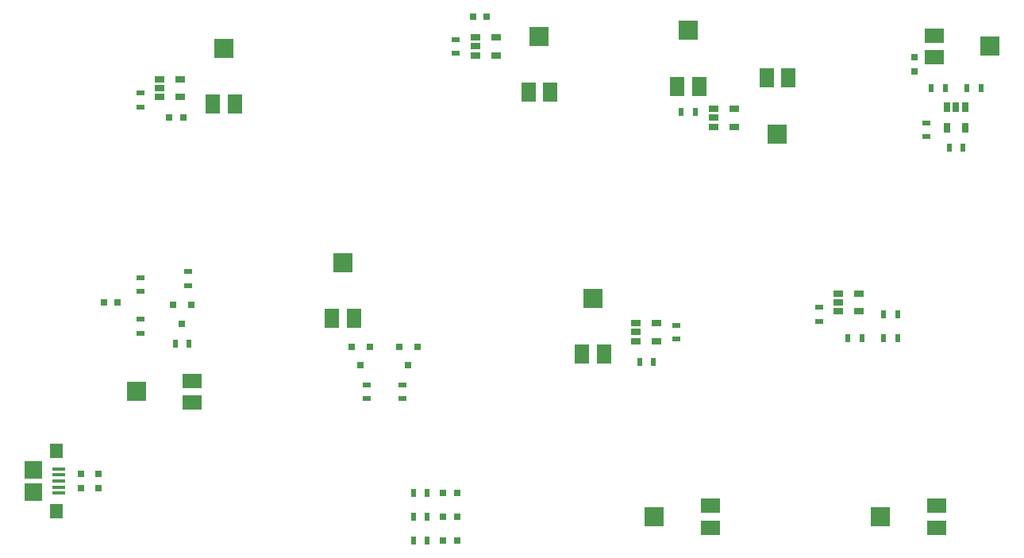
<source format=gbr>
G04 #@! TF.FileFunction,Paste,Top*
%FSLAX46Y46*%
G04 Gerber Fmt 4.6, Leading zero omitted, Abs format (unit mm)*
G04 Created by KiCad (PCBNEW 4.0.4-stable) date Friday, December 09, 2016 'PMt' 11:26:17 PM*
%MOMM*%
%LPD*%
G01*
G04 APERTURE LIST*
%ADD10C,0.100000*%
%ADD11R,2.000000X2.000000*%
%ADD12R,2.000000X1.600000*%
%ADD13R,1.600000X2.000000*%
%ADD14R,1.060000X0.650000*%
%ADD15R,0.650000X1.060000*%
%ADD16R,0.500000X0.900000*%
%ADD17R,0.900000X0.500000*%
%ADD18R,0.800100X0.800100*%
%ADD19R,1.350000X0.400000*%
%ADD20R,1.400000X1.600000*%
%ADD21R,1.900000X1.900000*%
%ADD22R,0.797560X0.797560*%
%ADD23R,0.800000X0.750000*%
%ADD24R,0.750000X0.800000*%
G04 APERTURE END LIST*
D10*
D11*
X149400000Y-133985000D03*
D12*
X155400000Y-135160000D03*
X155400000Y-132810000D03*
D11*
X173530000Y-133985000D03*
D12*
X179530000Y-135160000D03*
X179530000Y-132810000D03*
D11*
X142875000Y-110665000D03*
D13*
X141700000Y-116665000D03*
X144050000Y-116665000D03*
D11*
X103505000Y-83995000D03*
D13*
X102330000Y-89995000D03*
X104680000Y-89995000D03*
D11*
X137160000Y-82725000D03*
D13*
X135985000Y-88725000D03*
X138335000Y-88725000D03*
D11*
X116205000Y-106855000D03*
D13*
X115030000Y-112855000D03*
X117380000Y-112855000D03*
D11*
X185245000Y-83820000D03*
D12*
X179245000Y-82645000D03*
X179245000Y-84995000D03*
D11*
X94155000Y-120650000D03*
D12*
X100155000Y-121825000D03*
X100155000Y-119475000D03*
D11*
X153035000Y-82090000D03*
D13*
X151860000Y-88090000D03*
X154210000Y-88090000D03*
D11*
X162560000Y-93170000D03*
D13*
X163735000Y-87170000D03*
X161385000Y-87170000D03*
D14*
X147490000Y-113350000D03*
X147490000Y-114300000D03*
X147490000Y-115250000D03*
X149690000Y-115250000D03*
X149690000Y-113350000D03*
X96690000Y-87315000D03*
X96690000Y-88265000D03*
X96690000Y-89215000D03*
X98890000Y-89215000D03*
X98890000Y-87315000D03*
X130345000Y-82870000D03*
X130345000Y-83820000D03*
X130345000Y-84770000D03*
X132545000Y-84770000D03*
X132545000Y-82870000D03*
D15*
X182560000Y-90340000D03*
X181610000Y-90340000D03*
X180660000Y-90340000D03*
X180660000Y-92540000D03*
X182560000Y-92540000D03*
D14*
X169080000Y-110175000D03*
X169080000Y-111125000D03*
X169080000Y-112075000D03*
X171280000Y-112075000D03*
X171280000Y-110175000D03*
X155745000Y-90490000D03*
X155745000Y-91440000D03*
X155745000Y-92390000D03*
X157945000Y-92390000D03*
X157945000Y-90490000D03*
D16*
X125210000Y-136525000D03*
X123710000Y-136525000D03*
D17*
X151765000Y-113550000D03*
X151765000Y-115050000D03*
D16*
X125210000Y-133985000D03*
X123710000Y-133985000D03*
X147840000Y-117475000D03*
X149340000Y-117475000D03*
X125210000Y-131445000D03*
X123710000Y-131445000D03*
D17*
X94615000Y-88785000D03*
X94615000Y-90285000D03*
X122555000Y-121400000D03*
X122555000Y-119900000D03*
X128270000Y-83070000D03*
X128270000Y-84570000D03*
X118745000Y-121400000D03*
X118745000Y-119900000D03*
D16*
X184265000Y-88265000D03*
X182765000Y-88265000D03*
X98310000Y-115570000D03*
X99810000Y-115570000D03*
D17*
X99695000Y-107835000D03*
X99695000Y-109335000D03*
D16*
X182360000Y-94615000D03*
X180860000Y-94615000D03*
X180455000Y-88265000D03*
X178955000Y-88265000D03*
D17*
X94615000Y-112915000D03*
X94615000Y-114415000D03*
X94615000Y-108470000D03*
X94615000Y-109970000D03*
X178435000Y-91960000D03*
X178435000Y-93460000D03*
D16*
X153785000Y-90805000D03*
X152285000Y-90805000D03*
X170065000Y-114935000D03*
X171565000Y-114935000D03*
X173875000Y-112395000D03*
X175375000Y-112395000D03*
X173875000Y-114935000D03*
X175375000Y-114935000D03*
D17*
X167005000Y-113145000D03*
X167005000Y-111645000D03*
D18*
X124140000Y-115839240D03*
X122240000Y-115839240D03*
X123190000Y-117838220D03*
X119060000Y-115839240D03*
X117160000Y-115839240D03*
X118110000Y-117838220D03*
X100010000Y-111394240D03*
X98110000Y-111394240D03*
X99060000Y-113393220D03*
D19*
X85860000Y-131475000D03*
X85860000Y-130825000D03*
X85860000Y-128875000D03*
X85860000Y-129525000D03*
D20*
X85635000Y-126975000D03*
D21*
X83185000Y-128975000D03*
X83185000Y-131375000D03*
D20*
X85635000Y-133375000D03*
D19*
X85860000Y-130175000D03*
D22*
X126885700Y-136525000D03*
X128384300Y-136525000D03*
X126885700Y-133985000D03*
X128384300Y-133985000D03*
X126885700Y-131445000D03*
X128384300Y-131445000D03*
D23*
X97675000Y-91440000D03*
X99175000Y-91440000D03*
X131560000Y-80645000D03*
X130060000Y-80645000D03*
D24*
X177165000Y-86475000D03*
X177165000Y-84975000D03*
D23*
X92190000Y-111125000D03*
X90690000Y-111125000D03*
D24*
X90170000Y-130925000D03*
X90170000Y-129425000D03*
X88265000Y-130925000D03*
X88265000Y-129425000D03*
M02*

</source>
